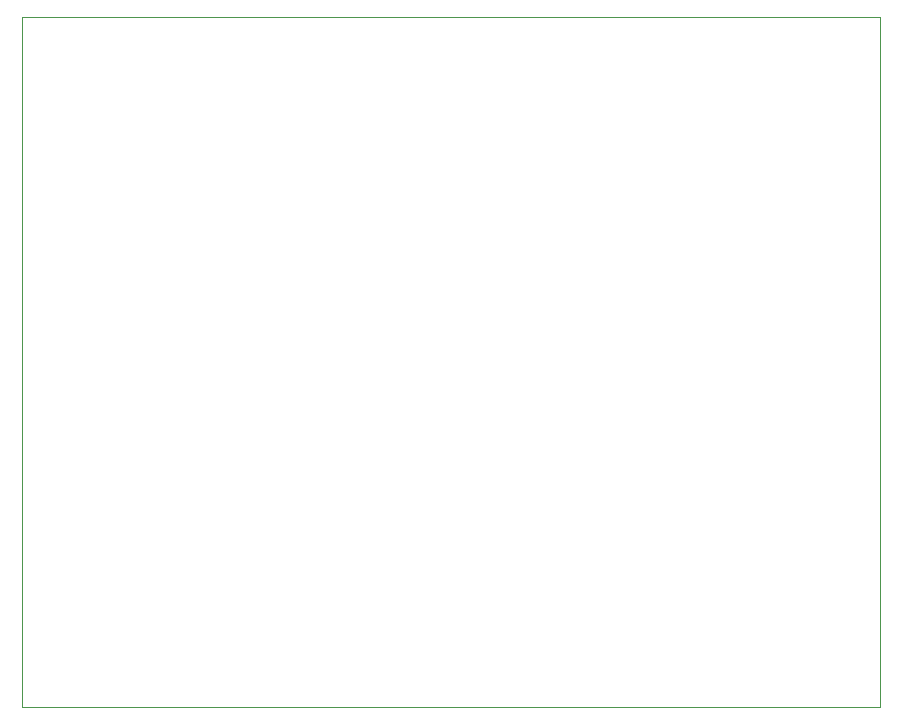
<source format=gbr>
G04 #@! TF.GenerationSoftware,KiCad,Pcbnew,7.0.10-7.0.10~ubuntu20.04.1*
G04 #@! TF.CreationDate,2024-02-18T22:33:17+01:00*
G04 #@! TF.ProjectId,ESP32Hardware,45535033-3248-4617-9264-776172652e6b,rev?*
G04 #@! TF.SameCoordinates,Original*
G04 #@! TF.FileFunction,Profile,NP*
%FSLAX46Y46*%
G04 Gerber Fmt 4.6, Leading zero omitted, Abs format (unit mm)*
G04 Created by KiCad (PCBNEW 7.0.10-7.0.10~ubuntu20.04.1) date 2024-02-18 22:33:17*
%MOMM*%
%LPD*%
G01*
G04 APERTURE LIST*
G04 #@! TA.AperFunction,Profile*
%ADD10C,0.050000*%
G04 #@! TD*
G04 APERTURE END LIST*
D10*
X95700000Y-132600000D02*
X95700000Y-132092000D01*
X95700000Y-74180000D02*
X168402000Y-74168000D01*
X168402000Y-132588000D02*
X95700000Y-132600000D01*
X168402000Y-74168000D02*
X168402000Y-132588000D01*
X95700000Y-74180000D02*
X95700000Y-132092000D01*
M02*

</source>
